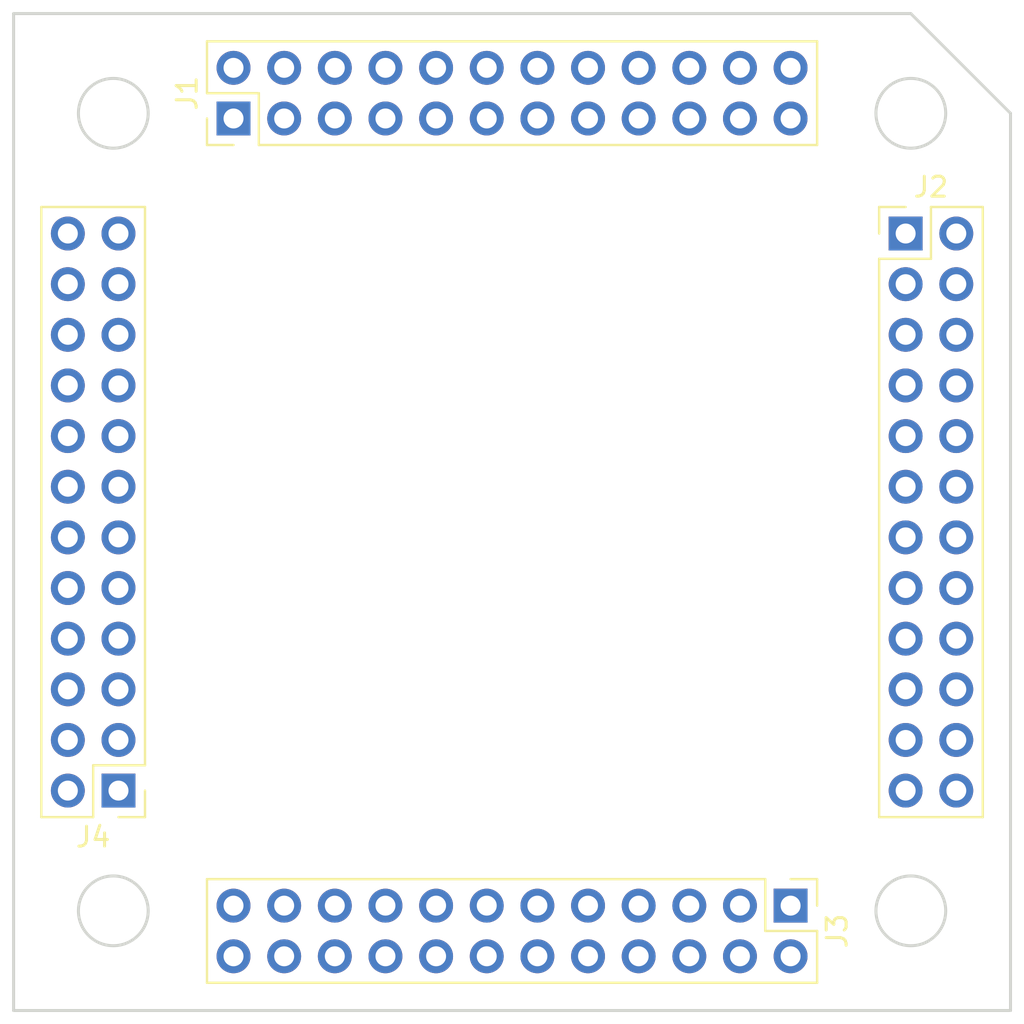
<source format=kicad_pcb>
(kicad_pcb (version 4) (host pcbnew 4.0.7)

  (general
    (links 12)
    (no_connects 12)
    (area 119.242381 72.24238 170.75762 123.757619)
    (thickness 1.6)
    (drawings 9)
    (tracks 0)
    (zones 0)
    (modules 4)
    (nets 3)
  )

  (page A4)
  (layers
    (0 F.Cu signal)
    (31 B.Cu signal)
    (32 B.Adhes user)
    (33 F.Adhes user)
    (34 B.Paste user)
    (35 F.Paste user)
    (36 B.SilkS user)
    (37 F.SilkS user)
    (38 B.Mask user)
    (39 F.Mask user)
    (40 Dwgs.User user)
    (41 Cmts.User user)
    (42 Eco1.User user)
    (43 Eco2.User user)
    (44 Edge.Cuts user)
    (45 Margin user)
    (46 B.CrtYd user)
    (47 F.CrtYd user)
    (48 B.Fab user)
    (49 F.Fab user)
  )

  (setup
    (last_trace_width 0.25)
    (trace_clearance 0.2)
    (zone_clearance 0.15)
    (zone_45_only no)
    (trace_min 0.2)
    (segment_width 0.2)
    (edge_width 0.15)
    (via_size 0.6)
    (via_drill 0.4)
    (via_min_size 0.4)
    (via_min_drill 0.3)
    (uvia_size 0.3)
    (uvia_drill 0.1)
    (uvias_allowed no)
    (uvia_min_size 0.2)
    (uvia_min_drill 0.1)
    (pcb_text_width 0.3)
    (pcb_text_size 1.5 1.5)
    (mod_edge_width 0.15)
    (mod_text_size 1 1)
    (mod_text_width 0.15)
    (pad_size 1.524 1.524)
    (pad_drill 0.762)
    (pad_to_mask_clearance 0.2)
    (aux_axis_origin 11.75 198)
    (grid_origin 47.75 21)
    (visible_elements FFFFFF7F)
    (pcbplotparams
      (layerselection 0x00030_80000001)
      (usegerberextensions false)
      (excludeedgelayer true)
      (linewidth 0.100000)
      (plotframeref false)
      (viasonmask false)
      (mode 1)
      (useauxorigin false)
      (hpglpennumber 1)
      (hpglpenspeed 20)
      (hpglpendiameter 15)
      (hpglpenoverlay 2)
      (psnegative false)
      (psa4output false)
      (plotreference true)
      (plotvalue true)
      (plotinvisibletext false)
      (padsonsilk false)
      (subtractmaskfromsilk false)
      (outputformat 1)
      (mirror false)
      (drillshape 0)
      (scaleselection 1)
      (outputdirectory ""))
  )

  (net 0 "")
  (net 1 GND)
  (net 2 /+3V3)

  (net_class Default "This is the default net class."
    (clearance 0.2)
    (trace_width 0.25)
    (via_dia 0.6)
    (via_drill 0.4)
    (uvia_dia 0.3)
    (uvia_drill 0.1)
    (add_net /+3V3)
    (add_net GND)
  )

  (net_class my ""
    (clearance 0.2)
    (trace_width 0.5)
    (via_dia 0.6)
    (via_drill 0.4)
    (uvia_dia 0.3)
    (uvia_drill 0.1)
  )

  (module Pin_Headers:Pin_Header_Straight_2x12_Pitch2.54mm (layer F.Cu) (tedit 5A48441E) (tstamp 5A418623)
    (at 131.03 78.26 90)
    (descr "Through hole straight pin header, 2x12, 2.54mm pitch, double rows")
    (tags "Through hole pin header THT 2x12 2.54mm double row")
    (path /5A447728)
    (fp_text reference J1 (at 1.27 -2.33 90) (layer F.SilkS)
      (effects (font (size 1 1) (thickness 0.15)))
    )
    (fp_text value Conn_02x12 (at 1.27 30.27 90) (layer F.Fab)
      (effects (font (size 1 1) (thickness 0.15)))
    )
    (fp_line (start 0 -1.27) (end 3.81 -1.27) (layer F.Fab) (width 0.1))
    (fp_line (start 3.81 -1.27) (end 3.81 29.21) (layer F.Fab) (width 0.1))
    (fp_line (start 3.81 29.21) (end -1.27 29.21) (layer F.Fab) (width 0.1))
    (fp_line (start -1.27 29.21) (end -1.27 0) (layer F.Fab) (width 0.1))
    (fp_line (start -1.27 0) (end 0 -1.27) (layer F.Fab) (width 0.1))
    (fp_line (start -1.33 29.27) (end 3.87 29.27) (layer F.SilkS) (width 0.12))
    (fp_line (start -1.33 1.27) (end -1.33 29.27) (layer F.SilkS) (width 0.12))
    (fp_line (start 3.87 -1.33) (end 3.87 29.27) (layer F.SilkS) (width 0.12))
    (fp_line (start -1.33 1.27) (end 1.27 1.27) (layer F.SilkS) (width 0.12))
    (fp_line (start 1.27 1.27) (end 1.27 -1.33) (layer F.SilkS) (width 0.12))
    (fp_line (start 1.27 -1.33) (end 3.87 -1.33) (layer F.SilkS) (width 0.12))
    (fp_line (start -1.33 0) (end -1.33 -1.33) (layer F.SilkS) (width 0.12))
    (fp_line (start -1.33 -1.33) (end 0 -1.33) (layer F.SilkS) (width 0.12))
    (fp_line (start -1.8 -1.8) (end -1.8 29.75) (layer F.CrtYd) (width 0.05))
    (fp_line (start -1.8 29.75) (end 4.35 29.75) (layer F.CrtYd) (width 0.05))
    (fp_line (start 4.35 29.75) (end 4.35 -1.8) (layer F.CrtYd) (width 0.05))
    (fp_line (start 4.35 -1.8) (end -1.8 -1.8) (layer F.CrtYd) (width 0.05))
    (fp_text user %R (at 1.27 13.97 180) (layer F.Fab)
      (effects (font (size 1 1) (thickness 0.15)))
    )
    (pad 1 thru_hole rect (at 0 0 90) (size 1.7 1.7) (drill 1) (layers *.Cu *.Mask))
    (pad 2 thru_hole oval (at 2.54 0 90) (size 1.7 1.7) (drill 1) (layers *.Cu *.Mask)
      (net 1 GND))
    (pad 3 thru_hole oval (at 0 2.54 90) (size 1.7 1.7) (drill 1) (layers *.Cu *.Mask))
    (pad 4 thru_hole oval (at 2.54 2.54 90) (size 1.7 1.7) (drill 1) (layers *.Cu *.Mask))
    (pad 5 thru_hole oval (at 0 5.08 90) (size 1.7 1.7) (drill 1) (layers *.Cu *.Mask))
    (pad 6 thru_hole oval (at 2.54 5.08 90) (size 1.7 1.7) (drill 1) (layers *.Cu *.Mask))
    (pad 7 thru_hole oval (at 0 7.62 90) (size 1.7 1.7) (drill 1) (layers *.Cu *.Mask))
    (pad 8 thru_hole oval (at 2.54 7.62 90) (size 1.7 1.7) (drill 1) (layers *.Cu *.Mask))
    (pad 9 thru_hole oval (at 0 10.16 90) (size 1.7 1.7) (drill 1) (layers *.Cu *.Mask))
    (pad 10 thru_hole oval (at 2.54 10.16 90) (size 1.7 1.7) (drill 1) (layers *.Cu *.Mask))
    (pad 11 thru_hole oval (at 0 12.7 90) (size 1.7 1.7) (drill 1) (layers *.Cu *.Mask))
    (pad 12 thru_hole oval (at 2.54 12.7 90) (size 1.7 1.7) (drill 1) (layers *.Cu *.Mask))
    (pad 13 thru_hole oval (at 0 15.24 90) (size 1.7 1.7) (drill 1) (layers *.Cu *.Mask))
    (pad 14 thru_hole oval (at 2.54 15.24 90) (size 1.7 1.7) (drill 1) (layers *.Cu *.Mask))
    (pad 15 thru_hole oval (at 0 17.78 90) (size 1.7 1.7) (drill 1) (layers *.Cu *.Mask))
    (pad 16 thru_hole oval (at 2.54 17.78 90) (size 1.7 1.7) (drill 1) (layers *.Cu *.Mask))
    (pad 17 thru_hole oval (at 0 20.32 90) (size 1.7 1.7) (drill 1) (layers *.Cu *.Mask))
    (pad 18 thru_hole oval (at 2.54 20.32 90) (size 1.7 1.7) (drill 1) (layers *.Cu *.Mask))
    (pad 19 thru_hole oval (at 0 22.86 90) (size 1.7 1.7) (drill 1) (layers *.Cu *.Mask))
    (pad 20 thru_hole oval (at 2.54 22.86 90) (size 1.7 1.7) (drill 1) (layers *.Cu *.Mask))
    (pad 21 thru_hole oval (at 0 25.4 90) (size 1.7 1.7) (drill 1) (layers *.Cu *.Mask))
    (pad 22 thru_hole oval (at 2.54 25.4 90) (size 1.7 1.7) (drill 1) (layers *.Cu *.Mask)
      (net 2 /+3V3))
    (pad 23 thru_hole oval (at 0 27.94 90) (size 1.7 1.7) (drill 1) (layers *.Cu *.Mask)
      (net 1 GND))
    (pad 24 thru_hole oval (at 2.54 27.94 90) (size 1.7 1.7) (drill 1) (layers *.Cu *.Mask)
      (net 1 GND))
    (model ${KISYS3DMOD}/Pin_Headers.3dshapes/Pin_Header_Straight_2x12_Pitch2.54mm.wrl
      (at (xyz 0 0 0))
      (scale (xyz 1 1 1))
      (rotate (xyz 0 0 0))
    )
  )

  (module Pin_Headers:Pin_Header_Straight_2x12_Pitch2.54mm (layer F.Cu) (tedit 5A484421) (tstamp 5A41863E)
    (at 164.74 84.03)
    (descr "Through hole straight pin header, 2x12, 2.54mm pitch, double rows")
    (tags "Through hole pin header THT 2x12 2.54mm double row")
    (path /5A4479DB)
    (fp_text reference J2 (at 1.27 -2.33) (layer F.SilkS)
      (effects (font (size 1 1) (thickness 0.15)))
    )
    (fp_text value Conn_02x12 (at 1.27 30.27) (layer F.Fab)
      (effects (font (size 1 1) (thickness 0.15)))
    )
    (fp_line (start 0 -1.27) (end 3.81 -1.27) (layer F.Fab) (width 0.1))
    (fp_line (start 3.81 -1.27) (end 3.81 29.21) (layer F.Fab) (width 0.1))
    (fp_line (start 3.81 29.21) (end -1.27 29.21) (layer F.Fab) (width 0.1))
    (fp_line (start -1.27 29.21) (end -1.27 0) (layer F.Fab) (width 0.1))
    (fp_line (start -1.27 0) (end 0 -1.27) (layer F.Fab) (width 0.1))
    (fp_line (start -1.33 29.27) (end 3.87 29.27) (layer F.SilkS) (width 0.12))
    (fp_line (start -1.33 1.27) (end -1.33 29.27) (layer F.SilkS) (width 0.12))
    (fp_line (start 3.87 -1.33) (end 3.87 29.27) (layer F.SilkS) (width 0.12))
    (fp_line (start -1.33 1.27) (end 1.27 1.27) (layer F.SilkS) (width 0.12))
    (fp_line (start 1.27 1.27) (end 1.27 -1.33) (layer F.SilkS) (width 0.12))
    (fp_line (start 1.27 -1.33) (end 3.87 -1.33) (layer F.SilkS) (width 0.12))
    (fp_line (start -1.33 0) (end -1.33 -1.33) (layer F.SilkS) (width 0.12))
    (fp_line (start -1.33 -1.33) (end 0 -1.33) (layer F.SilkS) (width 0.12))
    (fp_line (start -1.8 -1.8) (end -1.8 29.75) (layer F.CrtYd) (width 0.05))
    (fp_line (start -1.8 29.75) (end 4.35 29.75) (layer F.CrtYd) (width 0.05))
    (fp_line (start 4.35 29.75) (end 4.35 -1.8) (layer F.CrtYd) (width 0.05))
    (fp_line (start 4.35 -1.8) (end -1.8 -1.8) (layer F.CrtYd) (width 0.05))
    (fp_text user %R (at 1.27 13.97 90) (layer F.Fab)
      (effects (font (size 1 1) (thickness 0.15)))
    )
    (pad 1 thru_hole rect (at 0 0) (size 1.7 1.7) (drill 1) (layers *.Cu *.Mask))
    (pad 2 thru_hole oval (at 2.54 0) (size 1.7 1.7) (drill 1) (layers *.Cu *.Mask)
      (net 1 GND))
    (pad 3 thru_hole oval (at 0 2.54) (size 1.7 1.7) (drill 1) (layers *.Cu *.Mask))
    (pad 4 thru_hole oval (at 2.54 2.54) (size 1.7 1.7) (drill 1) (layers *.Cu *.Mask))
    (pad 5 thru_hole oval (at 0 5.08) (size 1.7 1.7) (drill 1) (layers *.Cu *.Mask))
    (pad 6 thru_hole oval (at 2.54 5.08) (size 1.7 1.7) (drill 1) (layers *.Cu *.Mask))
    (pad 7 thru_hole oval (at 0 7.62) (size 1.7 1.7) (drill 1) (layers *.Cu *.Mask))
    (pad 8 thru_hole oval (at 2.54 7.62) (size 1.7 1.7) (drill 1) (layers *.Cu *.Mask))
    (pad 9 thru_hole oval (at 0 10.16) (size 1.7 1.7) (drill 1) (layers *.Cu *.Mask))
    (pad 10 thru_hole oval (at 2.54 10.16) (size 1.7 1.7) (drill 1) (layers *.Cu *.Mask))
    (pad 11 thru_hole oval (at 0 12.7) (size 1.7 1.7) (drill 1) (layers *.Cu *.Mask))
    (pad 12 thru_hole oval (at 2.54 12.7) (size 1.7 1.7) (drill 1) (layers *.Cu *.Mask))
    (pad 13 thru_hole oval (at 0 15.24) (size 1.7 1.7) (drill 1) (layers *.Cu *.Mask))
    (pad 14 thru_hole oval (at 2.54 15.24) (size 1.7 1.7) (drill 1) (layers *.Cu *.Mask))
    (pad 15 thru_hole oval (at 0 17.78) (size 1.7 1.7) (drill 1) (layers *.Cu *.Mask))
    (pad 16 thru_hole oval (at 2.54 17.78) (size 1.7 1.7) (drill 1) (layers *.Cu *.Mask))
    (pad 17 thru_hole oval (at 0 20.32) (size 1.7 1.7) (drill 1) (layers *.Cu *.Mask))
    (pad 18 thru_hole oval (at 2.54 20.32) (size 1.7 1.7) (drill 1) (layers *.Cu *.Mask))
    (pad 19 thru_hole oval (at 0 22.86) (size 1.7 1.7) (drill 1) (layers *.Cu *.Mask))
    (pad 20 thru_hole oval (at 2.54 22.86) (size 1.7 1.7) (drill 1) (layers *.Cu *.Mask))
    (pad 21 thru_hole oval (at 0 25.4) (size 1.7 1.7) (drill 1) (layers *.Cu *.Mask))
    (pad 22 thru_hole oval (at 2.54 25.4) (size 1.7 1.7) (drill 1) (layers *.Cu *.Mask)
      (net 2 /+3V3))
    (pad 23 thru_hole oval (at 0 27.94) (size 1.7 1.7) (drill 1) (layers *.Cu *.Mask)
      (net 1 GND))
    (pad 24 thru_hole oval (at 2.54 27.94) (size 1.7 1.7) (drill 1) (layers *.Cu *.Mask)
      (net 1 GND))
    (model ${KISYS3DMOD}/Pin_Headers.3dshapes/Pin_Header_Straight_2x12_Pitch2.54mm.wrl
      (at (xyz 0 0 0))
      (scale (xyz 1 1 1))
      (rotate (xyz 0 0 0))
    )
  )

  (module Pin_Headers:Pin_Header_Straight_2x12_Pitch2.54mm (layer F.Cu) (tedit 5A484424) (tstamp 5A418659)
    (at 158.97 117.74 270)
    (descr "Through hole straight pin header, 2x12, 2.54mm pitch, double rows")
    (tags "Through hole pin header THT 2x12 2.54mm double row")
    (path /5A447A7E)
    (fp_text reference J3 (at 1.27 -2.33 270) (layer F.SilkS)
      (effects (font (size 1 1) (thickness 0.15)))
    )
    (fp_text value Conn_02x12 (at 1.27 30.27 270) (layer F.Fab)
      (effects (font (size 1 1) (thickness 0.15)))
    )
    (fp_line (start 0 -1.27) (end 3.81 -1.27) (layer F.Fab) (width 0.1))
    (fp_line (start 3.81 -1.27) (end 3.81 29.21) (layer F.Fab) (width 0.1))
    (fp_line (start 3.81 29.21) (end -1.27 29.21) (layer F.Fab) (width 0.1))
    (fp_line (start -1.27 29.21) (end -1.27 0) (layer F.Fab) (width 0.1))
    (fp_line (start -1.27 0) (end 0 -1.27) (layer F.Fab) (width 0.1))
    (fp_line (start -1.33 29.27) (end 3.87 29.27) (layer F.SilkS) (width 0.12))
    (fp_line (start -1.33 1.27) (end -1.33 29.27) (layer F.SilkS) (width 0.12))
    (fp_line (start 3.87 -1.33) (end 3.87 29.27) (layer F.SilkS) (width 0.12))
    (fp_line (start -1.33 1.27) (end 1.27 1.27) (layer F.SilkS) (width 0.12))
    (fp_line (start 1.27 1.27) (end 1.27 -1.33) (layer F.SilkS) (width 0.12))
    (fp_line (start 1.27 -1.33) (end 3.87 -1.33) (layer F.SilkS) (width 0.12))
    (fp_line (start -1.33 0) (end -1.33 -1.33) (layer F.SilkS) (width 0.12))
    (fp_line (start -1.33 -1.33) (end 0 -1.33) (layer F.SilkS) (width 0.12))
    (fp_line (start -1.8 -1.8) (end -1.8 29.75) (layer F.CrtYd) (width 0.05))
    (fp_line (start -1.8 29.75) (end 4.35 29.75) (layer F.CrtYd) (width 0.05))
    (fp_line (start 4.35 29.75) (end 4.35 -1.8) (layer F.CrtYd) (width 0.05))
    (fp_line (start 4.35 -1.8) (end -1.8 -1.8) (layer F.CrtYd) (width 0.05))
    (fp_text user %R (at 1.27 13.97 360) (layer F.Fab)
      (effects (font (size 1 1) (thickness 0.15)))
    )
    (pad 1 thru_hole rect (at 0 0 270) (size 1.7 1.7) (drill 1) (layers *.Cu *.Mask))
    (pad 2 thru_hole oval (at 2.54 0 270) (size 1.7 1.7) (drill 1) (layers *.Cu *.Mask)
      (net 1 GND))
    (pad 3 thru_hole oval (at 0 2.54 270) (size 1.7 1.7) (drill 1) (layers *.Cu *.Mask))
    (pad 4 thru_hole oval (at 2.54 2.54 270) (size 1.7 1.7) (drill 1) (layers *.Cu *.Mask))
    (pad 5 thru_hole oval (at 0 5.08 270) (size 1.7 1.7) (drill 1) (layers *.Cu *.Mask))
    (pad 6 thru_hole oval (at 2.54 5.08 270) (size 1.7 1.7) (drill 1) (layers *.Cu *.Mask))
    (pad 7 thru_hole oval (at 0 7.62 270) (size 1.7 1.7) (drill 1) (layers *.Cu *.Mask))
    (pad 8 thru_hole oval (at 2.54 7.62 270) (size 1.7 1.7) (drill 1) (layers *.Cu *.Mask))
    (pad 9 thru_hole oval (at 0 10.16 270) (size 1.7 1.7) (drill 1) (layers *.Cu *.Mask))
    (pad 10 thru_hole oval (at 2.54 10.16 270) (size 1.7 1.7) (drill 1) (layers *.Cu *.Mask))
    (pad 11 thru_hole oval (at 0 12.7 270) (size 1.7 1.7) (drill 1) (layers *.Cu *.Mask))
    (pad 12 thru_hole oval (at 2.54 12.7 270) (size 1.7 1.7) (drill 1) (layers *.Cu *.Mask))
    (pad 13 thru_hole oval (at 0 15.24 270) (size 1.7 1.7) (drill 1) (layers *.Cu *.Mask))
    (pad 14 thru_hole oval (at 2.54 15.24 270) (size 1.7 1.7) (drill 1) (layers *.Cu *.Mask))
    (pad 15 thru_hole oval (at 0 17.78 270) (size 1.7 1.7) (drill 1) (layers *.Cu *.Mask))
    (pad 16 thru_hole oval (at 2.54 17.78 270) (size 1.7 1.7) (drill 1) (layers *.Cu *.Mask))
    (pad 17 thru_hole oval (at 0 20.32 270) (size 1.7 1.7) (drill 1) (layers *.Cu *.Mask))
    (pad 18 thru_hole oval (at 2.54 20.32 270) (size 1.7 1.7) (drill 1) (layers *.Cu *.Mask))
    (pad 19 thru_hole oval (at 0 22.86 270) (size 1.7 1.7) (drill 1) (layers *.Cu *.Mask))
    (pad 20 thru_hole oval (at 2.54 22.86 270) (size 1.7 1.7) (drill 1) (layers *.Cu *.Mask))
    (pad 21 thru_hole oval (at 0 25.4 270) (size 1.7 1.7) (drill 1) (layers *.Cu *.Mask))
    (pad 22 thru_hole oval (at 2.54 25.4 270) (size 1.7 1.7) (drill 1) (layers *.Cu *.Mask)
      (net 2 /+3V3))
    (pad 23 thru_hole oval (at 0 27.94 270) (size 1.7 1.7) (drill 1) (layers *.Cu *.Mask))
    (pad 24 thru_hole oval (at 2.54 27.94 270) (size 1.7 1.7) (drill 1) (layers *.Cu *.Mask)
      (net 1 GND))
    (model ${KISYS3DMOD}/Pin_Headers.3dshapes/Pin_Header_Straight_2x12_Pitch2.54mm.wrl
      (at (xyz 0 0 0))
      (scale (xyz 1 1 1))
      (rotate (xyz 0 0 0))
    )
  )

  (module Pin_Headers:Pin_Header_Straight_2x12_Pitch2.54mm (layer F.Cu) (tedit 5A484427) (tstamp 5A418674)
    (at 125.26 111.97 180)
    (descr "Through hole straight pin header, 2x12, 2.54mm pitch, double rows")
    (tags "Through hole pin header THT 2x12 2.54mm double row")
    (path /5A447B5C)
    (fp_text reference J4 (at 1.27 -2.33 180) (layer F.SilkS)
      (effects (font (size 1 1) (thickness 0.15)))
    )
    (fp_text value Conn_02x12 (at 1.27 30.27 180) (layer F.Fab)
      (effects (font (size 1 1) (thickness 0.15)))
    )
    (fp_line (start 0 -1.27) (end 3.81 -1.27) (layer F.Fab) (width 0.1))
    (fp_line (start 3.81 -1.27) (end 3.81 29.21) (layer F.Fab) (width 0.1))
    (fp_line (start 3.81 29.21) (end -1.27 29.21) (layer F.Fab) (width 0.1))
    (fp_line (start -1.27 29.21) (end -1.27 0) (layer F.Fab) (width 0.1))
    (fp_line (start -1.27 0) (end 0 -1.27) (layer F.Fab) (width 0.1))
    (fp_line (start -1.33 29.27) (end 3.87 29.27) (layer F.SilkS) (width 0.12))
    (fp_line (start -1.33 1.27) (end -1.33 29.27) (layer F.SilkS) (width 0.12))
    (fp_line (start 3.87 -1.33) (end 3.87 29.27) (layer F.SilkS) (width 0.12))
    (fp_line (start -1.33 1.27) (end 1.27 1.27) (layer F.SilkS) (width 0.12))
    (fp_line (start 1.27 1.27) (end 1.27 -1.33) (layer F.SilkS) (width 0.12))
    (fp_line (start 1.27 -1.33) (end 3.87 -1.33) (layer F.SilkS) (width 0.12))
    (fp_line (start -1.33 0) (end -1.33 -1.33) (layer F.SilkS) (width 0.12))
    (fp_line (start -1.33 -1.33) (end 0 -1.33) (layer F.SilkS) (width 0.12))
    (fp_line (start -1.8 -1.8) (end -1.8 29.75) (layer F.CrtYd) (width 0.05))
    (fp_line (start -1.8 29.75) (end 4.35 29.75) (layer F.CrtYd) (width 0.05))
    (fp_line (start 4.35 29.75) (end 4.35 -1.8) (layer F.CrtYd) (width 0.05))
    (fp_line (start 4.35 -1.8) (end -1.8 -1.8) (layer F.CrtYd) (width 0.05))
    (fp_text user %R (at 1.27 13.97 270) (layer F.Fab)
      (effects (font (size 1 1) (thickness 0.15)))
    )
    (pad 1 thru_hole rect (at 0 0 180) (size 1.7 1.7) (drill 1) (layers *.Cu *.Mask))
    (pad 2 thru_hole oval (at 2.54 0 180) (size 1.7 1.7) (drill 1) (layers *.Cu *.Mask)
      (net 1 GND))
    (pad 3 thru_hole oval (at 0 2.54 180) (size 1.7 1.7) (drill 1) (layers *.Cu *.Mask))
    (pad 4 thru_hole oval (at 2.54 2.54 180) (size 1.7 1.7) (drill 1) (layers *.Cu *.Mask))
    (pad 5 thru_hole oval (at 0 5.08 180) (size 1.7 1.7) (drill 1) (layers *.Cu *.Mask))
    (pad 6 thru_hole oval (at 2.54 5.08 180) (size 1.7 1.7) (drill 1) (layers *.Cu *.Mask))
    (pad 7 thru_hole oval (at 0 7.62 180) (size 1.7 1.7) (drill 1) (layers *.Cu *.Mask))
    (pad 8 thru_hole oval (at 2.54 7.62 180) (size 1.7 1.7) (drill 1) (layers *.Cu *.Mask))
    (pad 9 thru_hole oval (at 0 10.16 180) (size 1.7 1.7) (drill 1) (layers *.Cu *.Mask))
    (pad 10 thru_hole oval (at 2.54 10.16 180) (size 1.7 1.7) (drill 1) (layers *.Cu *.Mask))
    (pad 11 thru_hole oval (at 0 12.7 180) (size 1.7 1.7) (drill 1) (layers *.Cu *.Mask))
    (pad 12 thru_hole oval (at 2.54 12.7 180) (size 1.7 1.7) (drill 1) (layers *.Cu *.Mask))
    (pad 13 thru_hole oval (at 0 15.24 180) (size 1.7 1.7) (drill 1) (layers *.Cu *.Mask))
    (pad 14 thru_hole oval (at 2.54 15.24 180) (size 1.7 1.7) (drill 1) (layers *.Cu *.Mask))
    (pad 15 thru_hole oval (at 0 17.78 180) (size 1.7 1.7) (drill 1) (layers *.Cu *.Mask))
    (pad 16 thru_hole oval (at 2.54 17.78 180) (size 1.7 1.7) (drill 1) (layers *.Cu *.Mask))
    (pad 17 thru_hole oval (at 0 20.32 180) (size 1.7 1.7) (drill 1) (layers *.Cu *.Mask))
    (pad 18 thru_hole oval (at 2.54 20.32 180) (size 1.7 1.7) (drill 1) (layers *.Cu *.Mask))
    (pad 19 thru_hole oval (at 0 22.86 180) (size 1.7 1.7) (drill 1) (layers *.Cu *.Mask))
    (pad 20 thru_hole oval (at 2.54 22.86 180) (size 1.7 1.7) (drill 1) (layers *.Cu *.Mask))
    (pad 21 thru_hole oval (at 0 25.4 180) (size 1.7 1.7) (drill 1) (layers *.Cu *.Mask))
    (pad 22 thru_hole oval (at 2.54 25.4 180) (size 1.7 1.7) (drill 1) (layers *.Cu *.Mask)
      (net 2 /+3V3))
    (pad 23 thru_hole oval (at 0 27.94 180) (size 1.7 1.7) (drill 1) (layers *.Cu *.Mask))
    (pad 24 thru_hole oval (at 2.54 27.94 180) (size 1.7 1.7) (drill 1) (layers *.Cu *.Mask)
      (net 1 GND))
    (model ${KISYS3DMOD}/Pin_Headers.3dshapes/Pin_Header_Straight_2x12_Pitch2.54mm.wrl
      (at (xyz 0 0 0))
      (scale (xyz 1 1 1))
      (rotate (xyz 0 0 0))
    )
  )

  (gr_line (start 170 78.00095) (end 170 123) (layer Edge.Cuts) (width 0.15) (tstamp 5A43F996))
  (gr_line (start 170 123) (end 120 123) (layer Edge.Cuts) (width 0.15))
  (gr_line (start 120 123) (end 120 73) (layer Edge.Cuts) (width 0.15))
  (gr_line (start 120 73) (end 165.001776 73) (layer Edge.Cuts) (width 0.15))
  (gr_line (start 170 78) (end 165 73) (layer Edge.Cuts) (width 0.15))
  (gr_circle (center 125 78) (end 126.75 78) (layer Edge.Cuts) (width 0.15) (tstamp 5A416183))
  (gr_circle (center 165 78) (end 166.75 78) (layer Edge.Cuts) (width 0.15) (tstamp 5A416178))
  (gr_circle (center 125 118) (end 126.75 118) (layer Edge.Cuts) (width 0.15) (tstamp 5A416177))
  (gr_circle (center 165 118) (end 166.75 118) (layer Edge.Cuts) (width 0.15))

)

</source>
